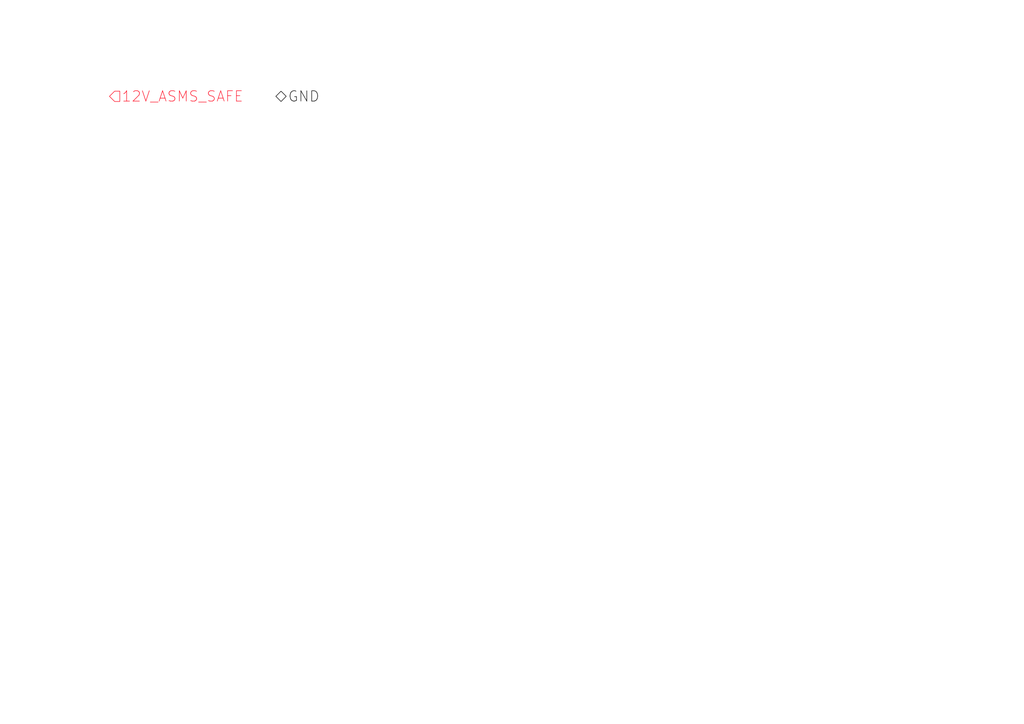
<source format=kicad_sch>
(kicad_sch
	(version 20250114)
	(generator "eeschema")
	(generator_version "9.0")
	(uuid "c85e4fec-a7c3-4bb6-ab70-7c34bdc77984")
	(paper "A4")
	(lib_symbols)
	(hierarchical_label "12V_ASMS_SAFE"
		(shape input)
		(at 31.75 27.94 0)
		(effects
			(font
				(size 3 3)
				(color 255 9 31 1)
			)
			(justify left)
		)
		(uuid "01e083ce-034e-487e-b9a1-aca3088ab5f2")
	)
	(hierarchical_label "GND"
		(shape bidirectional)
		(at 80.01 27.94 0)
		(effects
			(font
				(size 3 3)
				(color 0 0 0 1)
			)
			(justify left)
		)
		(uuid "f4496de8-0577-4102-8e54-69beb0b44102")
	)
)

</source>
